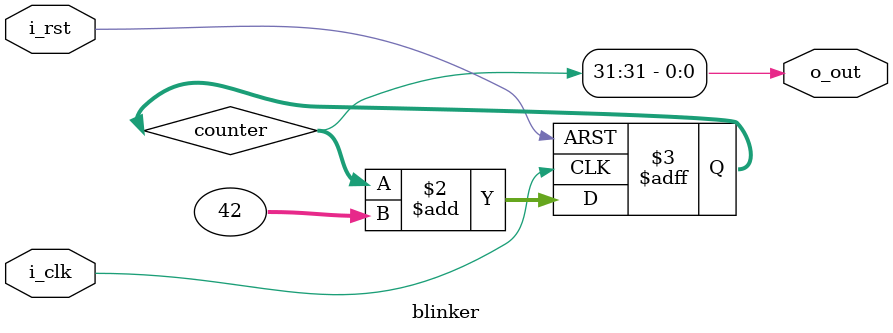
<source format=v>
`default_nettype none

module blinker #(
  parameter                 WIDTH = 32,
  parameter                 CLOCK_RATE_HZ = 100_000_000,
  parameter [(WIDTH-1):0]   INCREMENT = (1<<(WIDTH-2)) / (CLOCK_RATE_HZ/4)
) (
  input     wire              i_clk, i_rst,
  output    wire              o_out
);

  reg [(WIDTH-1) : 0] counter;

  always @(posedge i_clk or posedge i_rst)
    if (i_rst)
      counter <= 0;
    else
      counter <= counter + INCREMENT;

  assign o_out = counter[31];

endmodule

</source>
